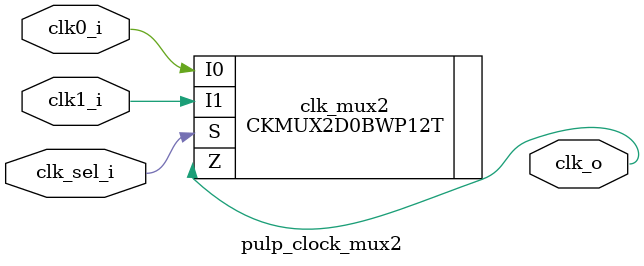
<source format=sv>

module pulp_clock_mux2
(
    input  logic clk0_i,
    input  logic clk1_i,
    input  logic clk_sel_i,
    output logic clk_o
  );

//  always_comb
//  begin
//    if (clk_sel_i == 1'b0)
//      clk_o = clk0_i;
//    else
//      clk_o = clk1_i;
//  end
   CKMUX2D0BWP12T clk_mux2 (
    .S(clk_sel_i),
    .I0(clk0_i),
    .I1(clk1_i),
    .Z(clk_o)
   );


endmodule

</source>
